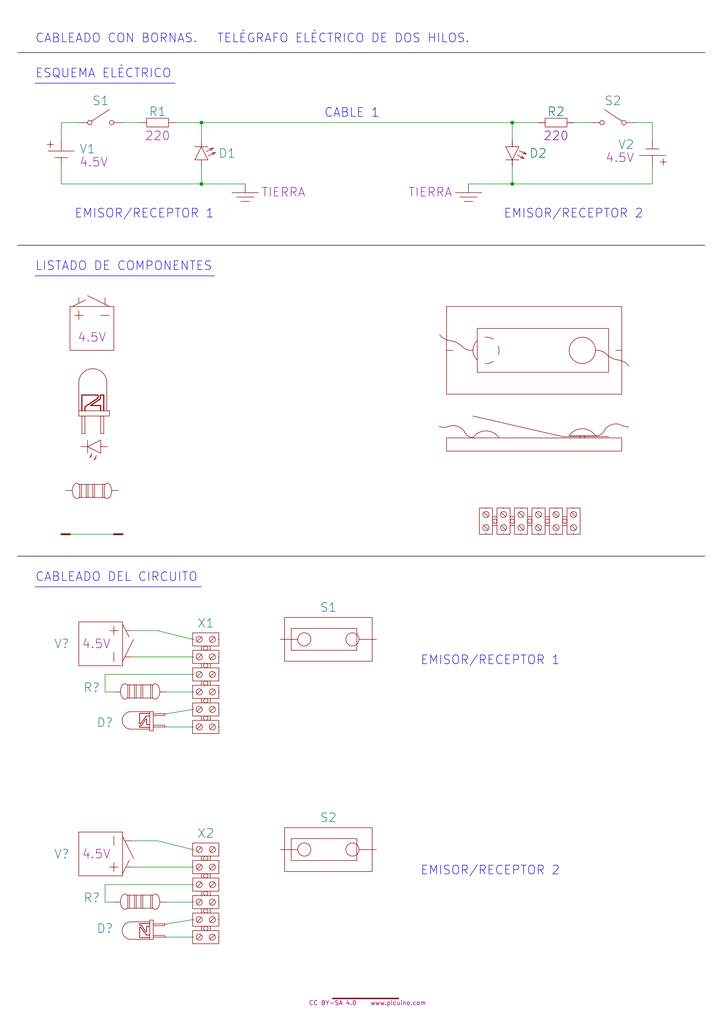
<source format=kicad_sch>
(kicad_sch (version 20211123) (generator eeschema)
  (paper "A4" portrait)
  (title_block (title "Circuitos eléctricos. Cableado con bornas.") (date "14/12/2018") (company "www.picuino.com") (comment 1 "Copyright (c) 2018 by Carlos Pardo") (comment 2 "License CC BY-SA 4.0"))
  (lib_symbols
    (symbol "electric-bornas-telegrafo-rescue:CopyRight-simbolos" (pin_names (offset 1.016))
      (property "License" "Licencia CC BY-SA 4.0" (at 9.525 5.715 0))
      (property "Author" "Carlos Pardo" (at 7.62 3.81 0))
      (property "Date" "© 2018" (at -1.27 3.81 0))
      (property "Web" "www.picuino.com" (at 9.525 1.905 0))
      (symbol "CopyRight-simbolos_0_1"
        (polyline (pts (xy 0 0) (xy 19.05 0)) (stroke (width 0.4064)))
      )
    )
    (symbol "electric-bornas-telegrafo-rescue:LED_pack-simbolos" (pin_names (offset 1.016))
      (property "Reference" "D" (at 8.89 5.08 0))
      (symbol "LED_pack-simbolos_0_1"
        (polyline (pts (xy 0 0) (xy 0 9.652)))
        (polyline (pts (xy 2.54 -8.89) (xy 0.635 -8.89)))
        (polyline (pts (xy 2.54 -6.985) (xy 2.54 -10.795)))
        (polyline (pts (xy 3.175 -12.065) (xy 3.81 -11.43)))
        (polyline (pts (xy 3.81 -10.795) (xy 3.175 -12.065)))
        (polyline (pts (xy 4.445 -12.7) (xy 5.08 -12.065)))
        (polyline (pts (xy 5.08 -11.43) (xy 4.445 -12.7)))
        (polyline (pts (xy 6.35 -8.89) (xy 8.255 -8.89)))
        (polyline (pts (xy 8.128 1.524) (xy 8.128 9.652)))
        (polyline (pts (xy 0 1.524) (xy 8.89 1.524) (xy 8.89 0) (xy 0 0)))
        (polyline (pts (xy 6.35 -6.985) (xy 6.35 -10.795) (xy 2.54 -8.89) (xy 6.35 -6.985)))
        (polyline (pts (xy 0.889 1.524) (xy 0.889 6.096) (xy 5.588 6.096) (xy 5.588 5.207) (xy 1.778 2.667) (xy 1.778 1.524)) (stroke (width 0.3048)))
        (polyline (pts (xy 7.239 1.524) (xy 7.239 6.096) (xy 6.223 6.096) (xy 6.223 4.953) (xy 3.429 3.048) (xy 6.35 3.048) (xy 6.35 1.524)) (stroke (width 0.3048)))
        (rectangle (start 0.889 0) (end 1.778 -5.08))
        (rectangle (start 6.35 0) (end 7.239 -5.08))
        (arc (start 8.128 9.652) (mid 4.064 13.716) (end 0 9.652))
      )
    )
    (symbol "electric-bornas-telegrafo-rescue:LED_pack_5mm-simbolos" (pin_names (offset 1.016))
      (property "Reference" "D" (at 5.08 7.62 0))
      (symbol "LED_pack_5mm-simbolos_0_1"
        (polyline (pts (xy -0.635 10.287) (xy -0.635 4.826)))
        (polyline (pts (xy 0 1.905) (xy 0 3.81)))
        (polyline (pts (xy 3.81 1.905) (xy 3.81 3.81)))
        (polyline (pts (xy 4.445 10.287) (xy 4.445 4.826)))
        (polyline (pts (xy 0 0.508) (xy 0.508 0.508) (xy 0.508 3.81)))
        (polyline (pts (xy 3.81 0.508) (xy 3.302 0.508) (xy 3.302 3.81)))
        (polyline (pts (xy -0.127 4.826) (xy -0.127 7.747) (xy 2.921 7.747) (xy 2.921 7.493) (xy 0.635 5.842) (xy 0.635 4.826)) (stroke (width 0.2032)))
        (polyline (pts (xy 4.445 4.826) (xy -0.635 4.826) (xy -0.635 3.81) (xy 4.953 3.81) (xy 4.953 4.826) (xy 4.445 4.826)))
        (polyline (pts (xy 3.937 4.826) (xy 3.937 7.747) (xy 3.429 7.747) (xy 3.429 7.239) (xy 1.524 5.969) (xy 1.524 5.715) (xy 3.175 5.715) (xy 3.175 4.826)) (stroke (width 0.2032)))
        (arc (start 4.445 10.287) (mid 1.905 12.827) (end -0.635 10.287))
      )
      (symbol "LED_pack_5mm-simbolos_1_1"
        (pin input line (at 0 0 90) (length 1.905) (name "") (number ""))
        (pin input line (at 3.81 0 90) (length 1.905) (name "") (number ""))
      )
    )
    (symbol "electric-bornas-telegrafo-rescue:Pila-simbolos" (pin_names (offset 1.016))
      (property "Reference" "V" (at 5.08 -4.445 0))
      (symbol "Pila-simbolos_0_1"
        (polyline (pts (xy -4.064 -1.27) (xy -2.286 -1.27)))
        (polyline (pts (xy -3.81 -3.175) (xy 3.81 -3.175)))
        (polyline (pts (xy -3.175 -0.381) (xy -3.175 -2.159)))
        (polyline (pts (xy -1.905 -5.08) (xy 1.905 -5.08)))
      )
      (symbol "Pila-simbolos_1_1"
        (pin input line (at 0 -7.62 90) (length 2.54) (name "") (number ""))
        (pin input line (at 0 0 270) (length 3.175) (name "") (number ""))
      )
    )
    (symbol "electric-bornas-telegrafo-rescue:borna_6x2-simbolos" (pin_names (offset 1.016))
      (property "Reference" "X" (at 3.81 3.81 0))
      (symbol "borna_6x2-simbolos_0_1"
        (rectangle (start 0 -23.495) (end 7.62 -27.305))
        (rectangle (start 0 -18.415) (end 7.62 -22.225))
        (rectangle (start 0 -13.335) (end 7.62 -17.145))
        (rectangle (start 0 -8.255) (end 7.62 -12.065))
        (rectangle (start 0 -3.175) (end 7.62 -6.985))
        (polyline (pts (xy 1.27 -26.035) (xy 2.54 -24.765)))
        (polyline (pts (xy 1.27 -20.955) (xy 2.54 -19.685)))
        (polyline (pts (xy 1.27 -15.875) (xy 2.54 -14.605)))
        (polyline (pts (xy 1.27 -10.795) (xy 2.54 -9.525)))
        (polyline (pts (xy 1.27 -5.715) (xy 2.54 -4.445)))
        (polyline (pts (xy 1.27 -0.635) (xy 2.54 0.635)))
        (polyline (pts (xy 2.54 -23.495) (xy 2.54 -22.225)))
        (polyline (pts (xy 2.54 -18.415) (xy 2.54 -17.145)))
        (polyline (pts (xy 2.54 -13.335) (xy 2.54 -12.065)))
        (polyline (pts (xy 2.54 -8.255) (xy 2.54 -6.985)))
        (polyline (pts (xy 2.54 -3.175) (xy 2.54 -1.905)))
        (polyline (pts (xy 5.08 -26.035) (xy 6.35 -24.765)))
        (polyline (pts (xy 5.08 -23.495) (xy 5.08 -22.225)))
        (polyline (pts (xy 5.08 -20.955) (xy 6.35 -19.685)))
        (polyline (pts (xy 5.08 -18.415) (xy 5.08 -17.145)))
        (polyline (pts (xy 5.08 -15.875) (xy 6.35 -14.605)))
        (polyline (pts (xy 5.08 -13.335) (xy 5.08 -12.065)))
        (polyline (pts (xy 5.08 -10.795) (xy 6.35 -9.525)))
        (polyline (pts (xy 5.08 -8.255) (xy 5.08 -6.985)))
        (polyline (pts (xy 5.08 -5.715) (xy 6.35 -4.445)))
        (polyline (pts (xy 5.08 -3.175) (xy 5.08 -1.905)))
        (polyline (pts (xy 5.08 -0.635) (xy 6.35 0.635)))
        (rectangle (start 0 1.905) (end 7.62 -1.905))
        (circle (center 1.905 -25.4) (radius 0.889))
        (circle (center 1.905 -20.32) (radius 0.889))
        (circle (center 1.905 -15.24) (radius 0.889))
        (circle (center 1.905 -10.16) (radius 0.889))
        (circle (center 1.905 -5.08) (radius 0.889))
        (circle (center 1.905 0) (radius 0.889))
        (circle (center 3.81 -22.86) (radius 0.635))
        (circle (center 3.81 -17.78) (radius 0.635))
        (circle (center 3.81 -12.7) (radius 0.635))
        (circle (center 3.81 -7.62) (radius 0.635))
        (circle (center 3.81 -2.54) (radius 0.635))
        (circle (center 5.715 -25.4) (radius 0.889))
        (circle (center 5.715 -20.32) (radius 0.889))
        (circle (center 5.715 -15.24) (radius 0.889))
        (circle (center 5.715 -10.16) (radius 0.889))
        (circle (center 5.715 -5.08) (radius 0.889))
        (circle (center 5.715 0) (radius 0.889))
      )
      (symbol "borna_6x2-simbolos_1_1"
        (pin input line (at 0 -25.4 0) (length 0.254) (name "") (number ""))
        (pin input line (at 0 -20.32 0) (length 0.254) (name "") (number ""))
        (pin input line (at 0 -15.24 0) (length 0.254) (name "") (number ""))
        (pin input line (at 0 -10.16 0) (length 0.254) (name "") (number ""))
        (pin input line (at 0 -5.08 0) (length 0.254) (name "") (number ""))
        (pin input line (at 0 0 0) (length 0.254) (name "") (number ""))
        (pin input line (at 7.62 -25.4 180) (length 0.254) (name "") (number ""))
        (pin input line (at 7.62 -20.32 180) (length 0.254) (name "") (number ""))
        (pin input line (at 7.62 -15.24 180) (length 0.254) (name "") (number ""))
        (pin input line (at 7.62 -10.16 180) (length 0.254) (name "") (number ""))
        (pin input line (at 7.62 -5.08 180) (length 0.254) (name "") (number ""))
        (pin input line (at 7.62 0 180) (length 0.254) (name "") (number ""))
      )
    )
    (symbol "electric-bornas-telegrafo-rescue:cable-simbolos" (pin_names (offset 1.016))
      (symbol "cable-simbolos_0_1"
        (polyline (pts (xy 0 0) (xy 2.54 0)) (stroke (width 0.508)))
      )
      (symbol "cable-simbolos_1_1"
        (pin input line (at 0 0 0) (length 1.778) (name "") (number ""))
        (pin input line (at 2.54 0 180) (length 1.778) (name "") (number ""))
      )
    )
    (symbol "electric-bornas-telegrafo-rescue:diodo_led-simbolos" (pin_names (offset 1.016))
      (property "Reference" "D" (at 5.08 -3.81 0))
      (symbol "diodo_led-simbolos_0_1"
        (polyline (pts (xy 1.397 -4.318) (xy 3.429 -5.334)))
        (polyline (pts (xy 1.905 -5.715) (xy -1.905 -5.715)))
        (polyline (pts (xy 2.032 -3.048) (xy 4.064 -4.064)))
        (polyline (pts (xy 3.429 -5.334) (xy 2.3622 -5.1816)))
        (polyline (pts (xy 3.429 -5.334) (xy 2.667 -4.572)))
        (polyline (pts (xy 4.064 -4.064) (xy 2.9972 -3.9116)))
        (polyline (pts (xy 4.064 -4.064) (xy 3.302 -3.302)))
        (polyline (pts (xy 1.905 -1.905) (xy -1.905 -1.905) (xy 0 -5.715) (xy 1.905 -1.905)))
      )
      (symbol "diodo_led-simbolos_1_1"
        (pin input line (at 0 -7.62 90) (length 1.905) (name "") (number ""))
        (pin input line (at 0 0 270) (length 1.905) (name "") (number ""))
      )
    )
    (symbol "electric-bornas-telegrafo-rescue:pila_petaca-simbolos" (pin_names (offset 1.016))
      (property "Reference" "V" (at 11.43 -8.89 0))
      (property "V" "4.5V" (at 3.81 -12.7 0))
      (symbol "pila_petaca-simbolos_0_1"
        (rectangle (start -2.54 -2.54) (end 10.16 -15.24))
        (polyline (pts (xy -1.27 -5.08) (xy 1.27 -5.08)))
        (polyline (pts (xy -1.27 -2.54) (xy 5.08 0.635)))
        (polyline (pts (xy 7.62 -3.81) (xy 7.62 -6.35)))
        (polyline (pts (xy 8.89 -5.08) (xy 6.35 -5.08)))
        (polyline (pts (xy 9.525 -2.54) (xy 5.715 -0.635)))
      )
      (symbol "pila_petaca-simbolos_1_1"
        (pin input line (at 0 0 270) (length 1.905) (name "") (number ""))
        (pin input line (at 7.62 0 270) (length 1.524) (name "") (number ""))
      )
    )
    (symbol "electric-bornas-telegrafo-rescue:pulsador_telegrafo-simbolos" (pin_names (offset 1.016))
      (property "Reference" "S" (at 1.905 9.525 0))
      (symbol "pulsador_telegrafo-simbolos_0_1"
        (arc (start -2.159 -22.098) (mid -0.6222 -22.3214) (end 0.889 -21.971))
        (arc (start -2.032 4.572) (mid -0.6938 3.3613) (end 1.016 2.794))
        (rectangle (start 0 -25.4) (end 50.8 -29.21))
        (rectangle (start 0 -12.7) (end 50.8 12.7))
        (polyline (pts (xy 35.56 -24.765) (xy 43.18 -24.765)))
        (polyline (pts (xy 38.735 -24.765) (xy 38.735 -25.4)))
        (polyline (pts (xy 40.005 -24.765) (xy 40.005 -25.4)))
        (polyline (pts (xy 46.99 -25.019) (xy 33.655 -25.019) (xy 7.62 -19.05)))
        (arc (start 4.318 1.27) (mid 2.7858 2.2873) (end 1.016 2.794))
        (arc (start 4.318 1.27) (mid 5.8179 0.2354) (end 7.62 0))
        (arc (start 5.207 -23.622) (mid 3.3153 -22.0965) (end 0.889 -21.971))
        (arc (start 5.207 -23.622) (mid 6.2653 -24.8988) (end 7.874 -25.273))
        (arc (start 8.89 2.794) (mid 7.654 0) (end 8.89 -2.794))
        (rectangle (start 8.89 6.35) (end 46.99 -6.35))
        (arc (start 11.176 -3.81) (mid 12.4376 -3.6997) (end 13.589 -3.175))
        (arc (start 13.589 3.175) (mid 12.4359 3.6931) (end 11.176 3.81))
        (arc (start 14.986 -1.27) (mid 15.206 0) (end 14.986 1.27))
        (arc (start 15.24 -25.4) (mid 11.43 -23.3609) (end 7.62 -25.4))
        (circle (center 39.37 0) (radius 3.81))
        (arc (start 43.18 -24.765) (mid 39.37 -22.7259) (end 35.56 -24.765))
        (arc (start 43.18 -24.765) (mid 44.777 -24.3721) (end 45.847 -23.114))
        (arc (start 46.482 -1.27) (mid 44.9821 -0.2354) (end 43.18 0))
        (arc (start 46.482 -1.27) (mid 48.0142 -2.2873) (end 49.784 -2.794))
        (arc (start 50.165 -21.463) (mid 47.7394 -21.5904) (end 45.847 -23.114))
        (arc (start 50.165 -21.463) (mid 51.4494 -22.0148) (end 52.832 -22.225))
        (arc (start 52.832 -4.572) (mid 51.4938 -3.3613) (end 49.784 -2.794))
      )
      (symbol "pulsador_telegrafo-simbolos_1_1"
        (pin input line (at 0 0 0) (length 1.778) (name "") (number ""))
        (pin input line (at 50.8 0 180) (length 1.778) (name "") (number ""))
      )
    )
    (symbol "electric-bornas-telegrafo-rescue:pulsador_telegrafo_2-simbolos" (pin_names (offset 1.016))
      (property "Reference" "S" (at 14.605 8.255 0))
      (symbol "pulsador_telegrafo_2-simbolos_0_1"
        (rectangle (start 1.27 6.35) (end 26.67 -6.35))
        (rectangle (start 5.715 3.175) (end 24.765 -3.175))
        (circle (center 6.985 0) (radius 1.905))
        (circle (center 20.955 0) (radius 1.905))
      )
      (symbol "pulsador_telegrafo_2-simbolos_1_1"
        (pin input line (at 0 0 0) (length 5.08) (name "") (number ""))
        (pin input line (at 27.94 0 180) (length 5.08) (name "") (number ""))
      )
    )
    (symbol "electric-bornas-telegrafo-rescue:resistencia-simbolos" (pin_names (offset 1.016))
      (property "Reference" "R" (at 1.905 -5.08 0))
      (symbol "resistencia-simbolos_0_1"
        (rectangle (start -1.27 -1.905) (end 1.27 -8.255))
      )
      (symbol "resistencia-simbolos_1_1"
        (pin input line (at 0 -10.16 90) (length 1.905) (name "") (number ""))
        (pin input line (at 0 0 270) (length 1.905) (name "") (number ""))
      )
    )
    (symbol "electric-bornas-telegrafo-rescue:resistencia_pack-simbolos" (pin_names (offset 1.016))
      (property "Reference" "R" (at 6.35 3.81 0))
      (property "R" "100" (at 6.985 3.81 0))
      (symbol "resistencia_pack-simbolos_0_1"
        (polyline (pts (xy 3.81 -2.032) (xy 11.43 -2.032)))
        (polyline (pts (xy 3.81 1.778) (xy 11.43 1.778)))
        (polyline (pts (xy 4.064 1.778) (xy 4.064 -2.032)))
        (polyline (pts (xy 4.572 1.778) (xy 4.572 -2.032)))
        (polyline (pts (xy 5.969 1.778) (xy 5.969 -2.032)))
        (polyline (pts (xy 6.477 1.778) (xy 6.477 -2.032)))
        (polyline (pts (xy 7.874 1.778) (xy 7.874 -2.032)))
        (polyline (pts (xy 8.382 1.778) (xy 8.382 -2.032)))
        (polyline (pts (xy 10.668 1.778) (xy 10.668 -2.032)))
        (polyline (pts (xy 11.176 1.778) (xy 11.176 -2.032)))
        (arc (start 2.54 -2.032) (mid 3.175 -2.3372) (end 3.81 -2.032))
        (arc (start 2.54 1.778) (mid 1.905 -0.127) (end 2.54 -2.032))
        (arc (start 3.81 1.778) (mid 3.175 2.0832) (end 2.54 1.778))
        (arc (start 11.43 -2.032) (mid 12.065 -2.3372) (end 12.7 -2.032))
        (arc (start 12.7 -2.032) (mid 13.335 -0.127) (end 12.7 1.778))
        (arc (start 12.7 1.778) (mid 12.065 2.0832) (end 11.43 1.778))
      )
      (symbol "resistencia_pack-simbolos_1_1"
        (pin input line (at 0 0 0) (length 1.905) (name "") (number ""))
        (pin input line (at 15.24 0 180) (length 1.905) (name "") (number ""))
      )
    )
    (symbol "electric-bornas-telegrafo-rescue:switch-simbolos" (pin_names (offset 1.016))
      (property "Reference" "S" (at 4.445 3.175 0))
      (symbol "switch-simbolos_0_0"
        (polyline (pts (xy 8.89 3.81) (xy 3.683 0.381)))
        (circle (center 3.175 0) (radius 0.635))
        (circle (center 9.525 0) (radius 0.635))
      )
      (symbol "switch-simbolos_1_1"
        (pin input line (at 0 0 0) (length 2.54) (name "") (number ""))
        (pin input line (at 12.7 0 180) (length 2.54) (name "") (number ""))
      )
    )
    (symbol "electric-bornas-telegrafo-rescue:tierra-simbolos" (pin_names (offset 1.016))
      (symbol "tierra-simbolos_0_0"
        (polyline (pts (xy -3.81 -2.54) (xy 3.81 -2.54)))
        (polyline (pts (xy -2.54 -3.81) (xy 2.54 -3.81)))
        (polyline (pts (xy -1.27 -5.08) (xy 1.27 -5.08)))
      )
      (symbol "tierra-simbolos_1_1"
        (pin input line (at 0 0 270) (length 2.54) (name "") (number ""))
      )
    )
  )
  (junction (at 58.42 53.34))
  (junction (at 148.59 35.56))
  (junction (at 148.59 53.34))
  (junction (at 58.42 35.56))
  (wire (pts (xy 189.23 53.34) (xy 148.59 53.34)))
  (wire (pts (xy 30.48 256.54) (xy 30.48 261.62)))
  (wire (pts (xy 38.1 190.5) (xy 55.88 190.5)))
  (wire (pts (xy 48.26 261.62) (xy 55.88 261.62)))
  (wire (pts (xy 30.48 256.54) (xy 55.88 256.54)))
  (polyline (pts (xy 5.08 161.29) (xy 204.47 161.29)) (stroke (width 0) (type solid) (color 0 0 0 1)))
  (wire (pts (xy 148.59 53.34) (xy 135.89 53.34)))
  (wire (pts (xy 189.23 35.56) (xy 184.15 35.56)))
  (wire (pts (xy 148.59 40.64) (xy 148.59 35.56)))
  (wire (pts (xy 58.42 53.34) (xy 71.12 53.34)))
  (polyline (pts (xy 5.08 71.12) (xy 204.47 71.12)) (stroke (width 0) (type solid) (color 0 0 0 1)))
  (wire (pts (xy 17.78 35.56) (xy 22.86 35.56)))
  (wire (pts (xy 30.48 200.66) (xy 33.02 200.66)))
  (wire (pts (xy 20.32 154.94) (xy 33.02 154.94)))
  (wire (pts (xy 38.1 251.46) (xy 55.88 251.46)))
  (wire (pts (xy 38.1 243.84) (xy 45.72 243.84)))
  (wire (pts (xy 58.42 53.34) (xy 58.42 48.26)))
  (wire (pts (xy 48.26 200.66) (xy 55.88 200.66)))
  (polyline (pts (xy 5.08 15.24) (xy 204.47 15.24)) (stroke (width 0) (type solid) (color 0 0 0 1)))
  (wire (pts (xy 30.48 195.58) (xy 55.88 195.58)))
  (wire (pts (xy 38.1 182.88) (xy 45.72 182.88)))
  (wire (pts (xy 58.42 40.64) (xy 58.42 35.56)))
  (wire (pts (xy 55.88 266.7) (xy 48.26 267.97)))
  (wire (pts (xy 17.78 48.26) (xy 17.78 53.34)))
  (wire (pts (xy 35.56 35.56) (xy 40.64 35.56)))
  (wire (pts (xy 30.48 195.58) (xy 30.48 200.66)))
  (wire (pts (xy 48.26 210.82) (xy 55.88 210.82)))
  (wire (pts (xy 55.88 205.74) (xy 48.26 207.01)))
  (wire (pts (xy 45.72 243.84) (xy 55.88 246.38)))
  (wire (pts (xy 30.48 261.62) (xy 33.02 261.62)))
  (wire (pts (xy 17.78 35.56) (xy 17.78 40.64)))
  (wire (pts (xy 148.59 53.34) (xy 148.59 48.26)))
  (wire (pts (xy 50.8 35.56) (xy 58.42 35.56)))
  (wire (pts (xy 156.21 35.56) (xy 148.59 35.56)))
  (polyline (pts (xy 10.16 80.01) (xy 62.23 80.01)) (stroke (width 0) (type solid)))
  (polyline (pts (xy 10.16 24.13) (xy 50.8 24.13)) (stroke (width 0) (type solid)))
  (polyline (pts (xy 10.16 170.18) (xy 58.42 170.18)) (stroke (width 0) (type solid)))
  (wire (pts (xy 189.23 48.26) (xy 189.23 53.34)))
  (wire (pts (xy 171.45 35.56) (xy 166.37 35.56)))
  (wire (pts (xy 17.78 53.34) (xy 58.42 53.34)))
  (wire (pts (xy 48.26 271.78) (xy 55.88 271.78)))
  (wire (pts (xy 45.72 182.88) (xy 55.88 185.42)))
  (wire (pts (xy 189.23 35.56) (xy 189.23 40.64)))
  (wire (pts (xy 58.42 35.56) (xy 148.59 35.56)))
  (text "CABLEADO DEL CIRCUITO" (at 10.16 168.91 0) (effects (font (size 2.54 2.54)) (justify left bottom)))
  (text "EMISOR/RECEPTOR 1" (at 121.92 193.04 0) (effects (font (size 2.54 2.54)) (justify left bottom)))
  (text "LISTADO DE COMPONENTES" (at 10.16 78.74 0) (effects (font (size 2.54 2.54)) (justify left bottom)))
  (text "EMISOR/RECEPTOR 2" (at 121.92 254 0) (effects (font (size 2.54 2.54)) (justify left bottom)))
  (text "CABLEADO CON BORNAS.   TELÉGRAFO ELÉCTRICO DE DOS HILOS." (at 10.16 12.7 0) (effects (font (size 2.54 2.54)) (justify left bottom)))
  (text "CABLE 1" (at 93.98 34.29 0) (effects (font (size 2.54 2.54)) (justify left bottom)))
  (text "EMISOR/RECEPTOR 2" (at 146.05 63.5 0) (effects (font (size 2.54 2.54)) (justify left bottom)))
  (text "ESQUEMA ELÉCTRICO" (at 10.16 22.86 0) (effects (font (size 2.54 2.54)) (justify left bottom)))
  (text "EMISOR/RECEPTOR 1" (at 21.59 63.5 0) (effects (font (size 2.54 2.54)) (justify left bottom)))
  (symbol (lib_id "electric-bornas-telegrafo-rescue:LED_pack_5mm-simbolos") (at 48.26 207.01 90) (mirror x) (unit 1)
    (property "Reference" "D?" (at 33.02 209.55 90) (effects (font (size 2.54 2.54)) (justify left)))
  )
  (symbol (lib_id "electric-bornas-telegrafo-rescue:resistencia_pack-simbolos") (at 33.02 200.66 0) (mirror x) (unit 1)
    (property "Reference" "R?" (at 29.21 199.39 0) (effects (font (size 2.54 2.54)) (justify right)))
    (property "R" "100" (effects hide))
  )
  (symbol (lib_id "electric-bornas-telegrafo-rescue:pila_petaca-simbolos") (at 38.1 190.5 270) (mirror x) (unit 1)
    (property "Reference" "V?" (at 20.32 186.69 90) (effects (font (size 2.54 2.54)) (justify right)))
    (property "V" "4.5V" (at 27.94 186.69 90) (effects (font (size 2.54 2.54))))
  )
  (symbol (lib_id "electric-bornas-telegrafo-rescue:LED_pack_5mm-simbolos") (at 48.26 271.78 90) (unit 1)
    (property "Reference" "D?" (at 33.02 269.24 90) (effects (font (size 2.54 2.54)) (justify left)))
  )
  (symbol (lib_id "electric-bornas-telegrafo-rescue:resistencia_pack-simbolos") (at 33.02 261.62 0) (mirror x) (unit 1)
    (property "Reference" "R?" (at 29.21 260.35 0) (effects (font (size 2.54 2.54)) (justify right)))
    (property "R" "100" (effects hide))
  )
  (symbol (lib_id "electric-bornas-telegrafo-rescue:pila_petaca-simbolos") (at 38.1 243.84 270) (unit 1)
    (property "Reference" "V?" (at 20.32 247.65 90) (effects (font (size 2.54 2.54)) (justify right)))
    (property "V" "4.5V" (at 27.94 247.65 90) (effects (font (size 2.54 2.54))))
  )
  (symbol (lib_id "electric-bornas-telegrafo-rescue:cable-simbolos") (at 33.02 154.94 0) (unit 1)
    (property "Reference" "L?" (effects hide))
  )
  (symbol (lib_id "electric-bornas-telegrafo-rescue:resistencia-simbolos") (at 166.37 35.56 270) (mirror x) (unit 1)
    (property "Reference" "R2" (at 161.29 32.385 90) (effects (font (size 2.54 2.54))))
    (property "R" "220" (at 161.29 39.37 90) (effects (font (size 2.54 2.54))))
  )
  (symbol (lib_id "electric-bornas-telegrafo-rescue:pulsador_telegrafo_2-simbolos") (at 109.22 246.38 180) (unit 1)
    (property "Reference" "S2" (at 95.25 237.0836 0) (effects (font (size 2.54 2.54))))
  )
  (symbol (lib_id "electric-bornas-telegrafo-rescue:switch-simbolos") (at 184.15 35.56 0) (mirror y) (unit 1)
    (property "Reference" "S2" (at 177.8 29.21 0) (effects (font (size 2.54 2.54))))
  )
  (symbol (lib_id "electric-bornas-telegrafo-rescue:borna_6x2-simbolos") (at 55.88 185.42 0) (unit 1)
    (property "Reference" "X1" (at 59.69 180.6956 0) (effects (font (size 2.54 2.54))))
  )
  (symbol (lib_id "electric-bornas-telegrafo-rescue:pila_petaca-simbolos") (at 30.48 86.36 0) (mirror y) (unit 1)
    (property "Reference" "V?" (effects hide))
    (property "V" "4.5V" (at 26.67 97.79 0) (effects (font (size 2.54 2.54))))
  )
  (symbol (lib_id "electric-bornas-telegrafo-rescue:resistencia-simbolos") (at 40.64 35.56 90) (unit 1)
    (property "Reference" "R1" (at 45.72 32.385 90) (effects (font (size 2.54 2.54))))
    (property "R" "220" (at 45.72 39.37 90) (effects (font (size 2.54 2.54))))
  )
  (symbol (lib_id "electric-bornas-telegrafo-rescue:switch-simbolos") (at 22.86 35.56 0) (unit 1)
    (property "Reference" "S1" (at 29.21 29.21 0) (effects (font (size 2.54 2.54))))
  )
  (symbol (lib_id "electric-bornas-telegrafo-rescue:pulsador_telegrafo_2-simbolos") (at 109.22 185.42 180) (unit 1)
    (property "Reference" "S1" (at 95.25 176.1236 0) (effects (font (size 2.54 2.54))))
  )
  (symbol (lib_id "electric-bornas-telegrafo-rescue:Pila-simbolos") (at 189.23 48.26 180) (unit 1)
    (property "Reference" "V2" (at 184.15 41.91 0) (effects (font (size 2.54 2.54)) (justify left)))
    (property "V" "4.5V" (at 184.15 45.72 0) (effects (font (size 2.54 2.54)) (justify left)))
  )
  (symbol (lib_id "electric-bornas-telegrafo-rescue:borna_6x2-simbolos") (at 55.88 246.38 0) (unit 1)
    (property "Reference" "X2" (at 59.69 241.6556 0) (effects (font (size 2.54 2.54))))
  )
  (symbol (lib_id "electric-bornas-telegrafo-rescue:diodo_led-simbolos") (at 58.42 48.26 0) (mirror x) (unit 1)
    (property "Reference" "D1" (at 63.1952 44.45 0) (effects (font (size 2.54 2.54)) (justify left)))
  )
  (symbol (lib_id "electric-bornas-telegrafo-rescue:Pila-simbolos") (at 17.78 40.64 0) (unit 1)
    (property "Reference" "V1" (at 22.86 43.18 0) (effects (font (size 2.54 2.54)) (justify left)))
    (property "V" "4.5V" (at 22.86 46.99 0) (effects (font (size 2.54 2.54)) (justify left)))
  )
  (symbol (lib_id "electric-bornas-telegrafo-rescue:pulsador_telegrafo-simbolos") (at 129.54 101.6 0) (unit 1)
    (property "Reference" "S?" (effects hide))
  )
  (symbol (lib_id "electric-bornas-telegrafo-rescue:tierra-simbolos") (at 135.89 53.34 0) (mirror y) (unit 1)
    (property "Reference" "V?" (effects hide))
    (property "LEYENDA" "TIERRA" (at 131.3688 55.7022 0) (effects (font (size 2.54 2.54)) (justify left)))
  )
  (symbol (lib_id "electric-bornas-telegrafo-rescue:tierra-simbolos") (at 71.12 53.34 0) (unit 1)
    (property "Reference" "V?" (effects hide))
    (property "LEYENDA" "TIERRA" (at 75.6412 55.7022 0) (effects (font (size 2.54 2.54)) (justify left)))
  )
  (symbol (lib_id "electric-bornas-telegrafo-rescue:cable-simbolos") (at 17.78 154.94 0) (unit 1)
    (property "Reference" "L?" (effects hide))
  )
  (symbol (lib_id "electric-bornas-telegrafo-rescue:CopyRight-simbolos") (at 96.52 289.56 0) (unit 1)
    (property "Reference" "CP1" (effects hide))
    (property "License" "CC BY-SA 4.0" (at 96.52 290.83 0))
    (property "Web" "www.picuino.com" (at 115.57 290.83 0))
  )
  (symbol (lib_id "electric-bornas-telegrafo-rescue:resistencia_pack-simbolos") (at 19.05 142.24 0) (unit 1)
    (property "Reference" "R?" (effects hide))
    (property "R" "100" (effects hide))
  )
  (symbol (lib_id "electric-bornas-telegrafo-rescue:LED_pack-simbolos") (at 22.86 120.65 0) (unit 1)
    (property "Reference" "D?" (effects hide))
  )
  (symbol (lib_id "electric-bornas-telegrafo-rescue:borna_6x2-simbolos") (at 166.37 147.32 270) (unit 1)
    (property "Reference" "X?" (effects hide))
  )
  (symbol (lib_id "electric-bornas-telegrafo-rescue:diodo_led-simbolos") (at 148.59 40.64 0) (unit 1)
    (property "Reference" "D2" (at 153.3652 44.45 0) (effects (font (size 2.54 2.54)) (justify left)))
  )
)
</source>
